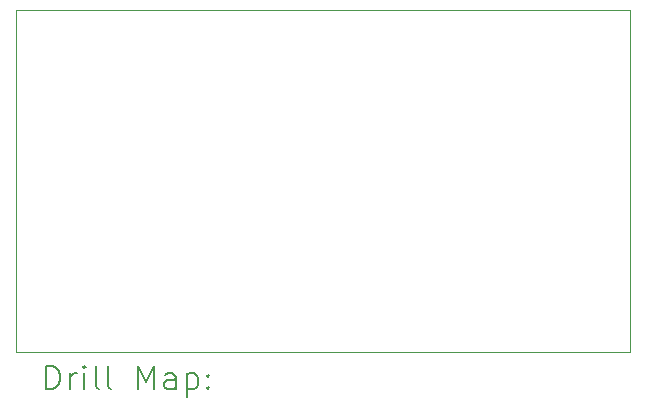
<source format=gbr>
%TF.GenerationSoftware,KiCad,Pcbnew,9.0.4*%
%TF.CreationDate,2025-10-11T18:25:24-04:00*%
%TF.ProjectId,test1,74657374-312e-46b6-9963-61645f706362,rev?*%
%TF.SameCoordinates,Original*%
%TF.FileFunction,Drillmap*%
%TF.FilePolarity,Positive*%
%FSLAX45Y45*%
G04 Gerber Fmt 4.5, Leading zero omitted, Abs format (unit mm)*
G04 Created by KiCad (PCBNEW 9.0.4) date 2025-10-11 18:25:24*
%MOMM*%
%LPD*%
G01*
G04 APERTURE LIST*
%ADD10C,0.050000*%
%ADD11C,0.200000*%
G04 APERTURE END LIST*
D10*
X12550000Y-8600000D02*
X17750000Y-8600000D01*
X17750000Y-11500000D01*
X12550000Y-11500000D01*
X12550000Y-8600000D01*
D11*
X12808277Y-11813984D02*
X12808277Y-11613984D01*
X12808277Y-11613984D02*
X12855896Y-11613984D01*
X12855896Y-11613984D02*
X12884467Y-11623508D01*
X12884467Y-11623508D02*
X12903515Y-11642555D01*
X12903515Y-11642555D02*
X12913039Y-11661603D01*
X12913039Y-11661603D02*
X12922562Y-11699698D01*
X12922562Y-11699698D02*
X12922562Y-11728269D01*
X12922562Y-11728269D02*
X12913039Y-11766365D01*
X12913039Y-11766365D02*
X12903515Y-11785412D01*
X12903515Y-11785412D02*
X12884467Y-11804460D01*
X12884467Y-11804460D02*
X12855896Y-11813984D01*
X12855896Y-11813984D02*
X12808277Y-11813984D01*
X13008277Y-11813984D02*
X13008277Y-11680650D01*
X13008277Y-11718746D02*
X13017801Y-11699698D01*
X13017801Y-11699698D02*
X13027324Y-11690174D01*
X13027324Y-11690174D02*
X13046372Y-11680650D01*
X13046372Y-11680650D02*
X13065420Y-11680650D01*
X13132086Y-11813984D02*
X13132086Y-11680650D01*
X13132086Y-11613984D02*
X13122562Y-11623508D01*
X13122562Y-11623508D02*
X13132086Y-11633031D01*
X13132086Y-11633031D02*
X13141610Y-11623508D01*
X13141610Y-11623508D02*
X13132086Y-11613984D01*
X13132086Y-11613984D02*
X13132086Y-11633031D01*
X13255896Y-11813984D02*
X13236848Y-11804460D01*
X13236848Y-11804460D02*
X13227324Y-11785412D01*
X13227324Y-11785412D02*
X13227324Y-11613984D01*
X13360658Y-11813984D02*
X13341610Y-11804460D01*
X13341610Y-11804460D02*
X13332086Y-11785412D01*
X13332086Y-11785412D02*
X13332086Y-11613984D01*
X13589229Y-11813984D02*
X13589229Y-11613984D01*
X13589229Y-11613984D02*
X13655896Y-11756841D01*
X13655896Y-11756841D02*
X13722562Y-11613984D01*
X13722562Y-11613984D02*
X13722562Y-11813984D01*
X13903515Y-11813984D02*
X13903515Y-11709222D01*
X13903515Y-11709222D02*
X13893991Y-11690174D01*
X13893991Y-11690174D02*
X13874943Y-11680650D01*
X13874943Y-11680650D02*
X13836848Y-11680650D01*
X13836848Y-11680650D02*
X13817801Y-11690174D01*
X13903515Y-11804460D02*
X13884467Y-11813984D01*
X13884467Y-11813984D02*
X13836848Y-11813984D01*
X13836848Y-11813984D02*
X13817801Y-11804460D01*
X13817801Y-11804460D02*
X13808277Y-11785412D01*
X13808277Y-11785412D02*
X13808277Y-11766365D01*
X13808277Y-11766365D02*
X13817801Y-11747317D01*
X13817801Y-11747317D02*
X13836848Y-11737793D01*
X13836848Y-11737793D02*
X13884467Y-11737793D01*
X13884467Y-11737793D02*
X13903515Y-11728269D01*
X13998753Y-11680650D02*
X13998753Y-11880650D01*
X13998753Y-11690174D02*
X14017801Y-11680650D01*
X14017801Y-11680650D02*
X14055896Y-11680650D01*
X14055896Y-11680650D02*
X14074943Y-11690174D01*
X14074943Y-11690174D02*
X14084467Y-11699698D01*
X14084467Y-11699698D02*
X14093991Y-11718746D01*
X14093991Y-11718746D02*
X14093991Y-11775888D01*
X14093991Y-11775888D02*
X14084467Y-11794936D01*
X14084467Y-11794936D02*
X14074943Y-11804460D01*
X14074943Y-11804460D02*
X14055896Y-11813984D01*
X14055896Y-11813984D02*
X14017801Y-11813984D01*
X14017801Y-11813984D02*
X13998753Y-11804460D01*
X14179705Y-11794936D02*
X14189229Y-11804460D01*
X14189229Y-11804460D02*
X14179705Y-11813984D01*
X14179705Y-11813984D02*
X14170182Y-11804460D01*
X14170182Y-11804460D02*
X14179705Y-11794936D01*
X14179705Y-11794936D02*
X14179705Y-11813984D01*
X14179705Y-11690174D02*
X14189229Y-11699698D01*
X14189229Y-11699698D02*
X14179705Y-11709222D01*
X14179705Y-11709222D02*
X14170182Y-11699698D01*
X14170182Y-11699698D02*
X14179705Y-11690174D01*
X14179705Y-11690174D02*
X14179705Y-11709222D01*
M02*

</source>
